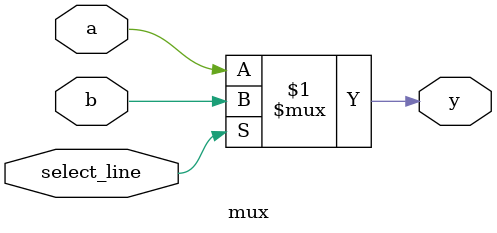
<source format=v>

module mux(input select_line, input a, input b, output y);
assign y=select_line?b:a;
endmodule

</source>
